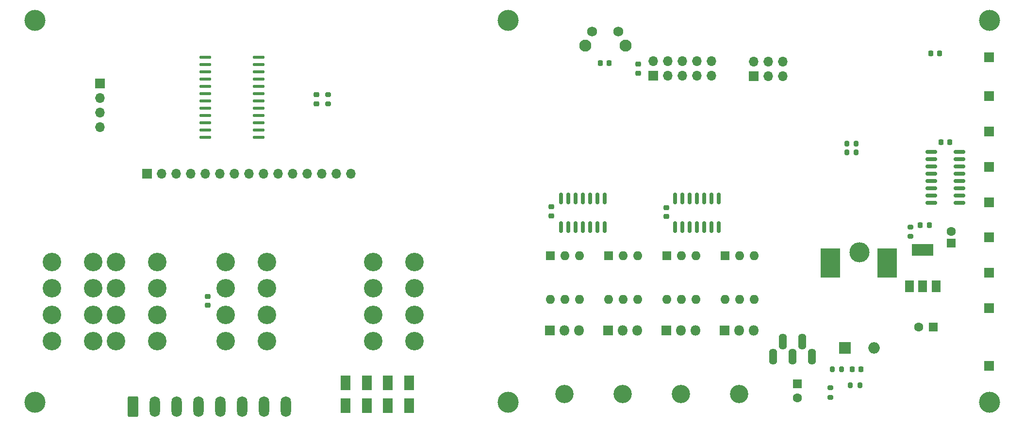
<source format=gbr>
%TF.GenerationSoftware,KiCad,Pcbnew,(6.0.0)*%
%TF.CreationDate,2022-01-24T17:43:35-05:00*%
%TF.ProjectId,TI thermostat esp32,54492074-6865-4726-9d6f-737461742065,rev?*%
%TF.SameCoordinates,Original*%
%TF.FileFunction,Soldermask,Top*%
%TF.FilePolarity,Negative*%
%FSLAX46Y46*%
G04 Gerber Fmt 4.6, Leading zero omitted, Abs format (unit mm)*
G04 Created by KiCad (PCBNEW (6.0.0)) date 2022-01-24 17:43:35*
%MOMM*%
%LPD*%
G01*
G04 APERTURE LIST*
G04 Aperture macros list*
%AMRoundRect*
0 Rectangle with rounded corners*
0 $1 Rounding radius*
0 $2 $3 $4 $5 $6 $7 $8 $9 X,Y pos of 4 corners*
0 Add a 4 corners polygon primitive as box body*
4,1,4,$2,$3,$4,$5,$6,$7,$8,$9,$2,$3,0*
0 Add four circle primitives for the rounded corners*
1,1,$1+$1,$2,$3*
1,1,$1+$1,$4,$5*
1,1,$1+$1,$6,$7*
1,1,$1+$1,$8,$9*
0 Add four rect primitives between the rounded corners*
20,1,$1+$1,$2,$3,$4,$5,0*
20,1,$1+$1,$4,$5,$6,$7,0*
20,1,$1+$1,$6,$7,$8,$9,0*
20,1,$1+$1,$8,$9,$2,$3,0*%
G04 Aperture macros list end*
%ADD10R,1.600000X1.600000*%
%ADD11C,1.600000*%
%ADD12R,1.700000X1.700000*%
%ADD13R,1.800000X2.500000*%
%ADD14RoundRect,0.137500X-0.862500X-0.137500X0.862500X-0.137500X0.862500X0.137500X-0.862500X0.137500X0*%
%ADD15RoundRect,0.200000X0.200000X0.275000X-0.200000X0.275000X-0.200000X-0.275000X0.200000X-0.275000X0*%
%ADD16RoundRect,0.200000X-0.275000X0.200000X-0.275000X-0.200000X0.275000X-0.200000X0.275000X0.200000X0*%
%ADD17C,3.220000*%
%ADD18O,1.700000X1.700000*%
%ADD19RoundRect,0.225000X-0.250000X0.225000X-0.250000X-0.225000X0.250000X-0.225000X0.250000X0.225000X0*%
%ADD20R,3.400000X5.100000*%
%ADD21C,3.660000*%
%ADD22RoundRect,0.150000X0.150000X-0.825000X0.150000X0.825000X-0.150000X0.825000X-0.150000X-0.825000X0*%
%ADD23RoundRect,0.218750X0.218750X0.256250X-0.218750X0.256250X-0.218750X-0.256250X0.218750X-0.256250X0*%
%ADD24RoundRect,0.225000X-0.225000X-0.250000X0.225000X-0.250000X0.225000X0.250000X-0.225000X0.250000X0*%
%ADD25RoundRect,0.225000X0.250000X-0.225000X0.250000X0.225000X-0.250000X0.225000X-0.250000X-0.225000X0*%
%ADD26R,1.500000X2.000000*%
%ADD27R,3.800000X2.000000*%
%ADD28RoundRect,0.225000X0.225000X0.250000X-0.225000X0.250000X-0.225000X-0.250000X0.225000X-0.250000X0*%
%ADD29RoundRect,0.200000X0.275000X-0.200000X0.275000X0.200000X-0.275000X0.200000X-0.275000X-0.200000X0*%
%ADD30RoundRect,0.200000X-0.200000X-0.275000X0.200000X-0.275000X0.200000X0.275000X-0.200000X0.275000X0*%
%ADD31C,2.100000*%
%ADD32C,1.750000*%
%ADD33RoundRect,0.150000X-0.825000X-0.150000X0.825000X-0.150000X0.825000X0.150000X-0.825000X0.150000X0*%
%ADD34O,3.200000X3.200000*%
%ADD35R,1.800000X1.800000*%
%ADD36O,1.800000X1.800000*%
%ADD37O,1.600000X1.600000*%
%ADD38O,1.408000X2.816000*%
%ADD39O,3.500000X3.500000*%
%ADD40R,2.000000X2.000000*%
%ADD41O,2.000000X2.000000*%
%ADD42RoundRect,0.250000X-0.650000X-1.550000X0.650000X-1.550000X0.650000X1.550000X-0.650000X1.550000X0*%
%ADD43O,1.800000X3.600000*%
G04 APERTURE END LIST*
D10*
%TO.C,C16*%
X186309000Y-121139606D03*
D11*
X186309000Y-123639606D03*
%TD*%
D12*
%TO.C,B1*%
X219710000Y-118000000D03*
%TD*%
%TO.C,B9*%
X219710000Y-64175000D03*
%TD*%
D13*
%TO.C,D9*%
X111153489Y-120939511D03*
X111153489Y-124939511D03*
%TD*%
D14*
%TO.C,U6*%
X82980000Y-64135000D03*
X82980000Y-65405000D03*
X82980000Y-66675000D03*
X82980000Y-67945000D03*
X82980000Y-69215000D03*
X82980000Y-70485000D03*
X82980000Y-71755000D03*
X82980000Y-73025000D03*
X82980000Y-74295000D03*
X82980000Y-75565000D03*
X82980000Y-76835000D03*
X82980000Y-78105000D03*
X92280000Y-78105000D03*
X92280000Y-76835000D03*
X92280000Y-75565000D03*
X92280000Y-74295000D03*
X92280000Y-73025000D03*
X92280000Y-71755000D03*
X92280000Y-70485000D03*
X92280000Y-69215000D03*
X92280000Y-67945000D03*
X92280000Y-66675000D03*
X92280000Y-65405000D03*
X92280000Y-64135000D03*
%TD*%
D15*
%TO.C,R24*%
X196532000Y-79248000D03*
X194882000Y-79248000D03*
%TD*%
D16*
%TO.C,R27*%
X192024000Y-121857000D03*
X192024000Y-123507000D03*
%TD*%
D17*
%TO.C,S3*%
X56267000Y-99865000D03*
X56267000Y-104475000D03*
X56267000Y-109085000D03*
X56267000Y-113695000D03*
X63437000Y-99865000D03*
X63437000Y-104475000D03*
X63437000Y-109085000D03*
X63437000Y-113695000D03*
%TD*%
D12*
%TO.C,J4*%
X161168000Y-67372000D03*
D18*
X161168000Y-64832000D03*
X163708000Y-67372000D03*
X163708000Y-64832000D03*
X166248000Y-67372000D03*
X166248000Y-64832000D03*
X168788000Y-67372000D03*
X168788000Y-64832000D03*
X171328000Y-67372000D03*
X171328000Y-64832000D03*
%TD*%
D12*
%TO.C,B6*%
X219710000Y-83270000D03*
%TD*%
D19*
%TO.C,C8*%
X83439000Y-105905000D03*
X83439000Y-107455000D03*
%TD*%
D13*
%TO.C,D7*%
X107470489Y-124939511D03*
X107470489Y-120939511D03*
%TD*%
D20*
%TO.C,L1*%
X192027000Y-100076000D03*
X201927000Y-100076000D03*
%TD*%
D12*
%TO.C,DS1*%
X72827000Y-84450000D03*
D18*
X75367000Y-84450000D03*
X77907000Y-84450000D03*
X80447000Y-84450000D03*
X82987000Y-84450000D03*
X85527000Y-84450000D03*
X88067000Y-84450000D03*
X90607000Y-84450000D03*
X93147000Y-84450000D03*
X95687000Y-84450000D03*
X98227000Y-84450000D03*
X100767000Y-84450000D03*
X103307000Y-84450000D03*
X105847000Y-84450000D03*
X108387000Y-84450000D03*
%TD*%
D10*
%TO.C,C5*%
X213106000Y-96586113D03*
D11*
X213106000Y-94586113D03*
%TD*%
D21*
%TO.C,REF4*%
X53257000Y-124360000D03*
%TD*%
D22*
%TO.C,U5*%
X164973000Y-93788000D03*
X166243000Y-93788000D03*
X167513000Y-93788000D03*
X168783000Y-93788000D03*
X170053000Y-93788000D03*
X171323000Y-93788000D03*
X172593000Y-93788000D03*
X172593000Y-88838000D03*
X171323000Y-88838000D03*
X170053000Y-88838000D03*
X168783000Y-88838000D03*
X167513000Y-88838000D03*
X166243000Y-88838000D03*
X164973000Y-88838000D03*
%TD*%
D15*
%TO.C,R26*%
X197167000Y-121412000D03*
X195517000Y-121412000D03*
%TD*%
D12*
%TO.C,B2*%
X219710000Y-107950000D03*
%TD*%
D23*
%TO.C,D5*%
X209296000Y-93472000D03*
X207721000Y-93472000D03*
%TD*%
D12*
%TO.C,B5*%
X219710000Y-89440000D03*
%TD*%
D24*
%TO.C,C9*%
X151879000Y-65151000D03*
X153429000Y-65151000D03*
%TD*%
D21*
%TO.C,REF3*%
X219767000Y-57740000D03*
%TD*%
D22*
%TO.C,U7*%
X145034000Y-93788000D03*
X146304000Y-93788000D03*
X147574000Y-93788000D03*
X148844000Y-93788000D03*
X150114000Y-93788000D03*
X151384000Y-93788000D03*
X152654000Y-93788000D03*
X152654000Y-88838000D03*
X151384000Y-88838000D03*
X150114000Y-88838000D03*
X148844000Y-88838000D03*
X147574000Y-88838000D03*
X146304000Y-88838000D03*
X145034000Y-88838000D03*
%TD*%
D13*
%TO.C,D8*%
X118519489Y-120939511D03*
X118519489Y-124939511D03*
%TD*%
D19*
%TO.C,C2*%
X102362000Y-70726000D03*
X102362000Y-72276000D03*
%TD*%
D25*
%TO.C,C1*%
X163449000Y-91961000D03*
X163449000Y-90411000D03*
%TD*%
D26*
%TO.C,U8*%
X205853000Y-104115000D03*
D27*
X208153000Y-97815000D03*
D26*
X208153000Y-104115000D03*
X210453000Y-104115000D03*
%TD*%
D12*
%TO.C,J5*%
X178689000Y-67437000D03*
D18*
X178689000Y-64897000D03*
X181229000Y-67437000D03*
X181229000Y-64897000D03*
X183769000Y-67437000D03*
X183769000Y-64897000D03*
%TD*%
D16*
%TO.C,R9*%
X104394000Y-70676000D03*
X104394000Y-72326000D03*
%TD*%
D17*
%TO.C,S1*%
X86557000Y-99865000D03*
X86557000Y-104475000D03*
X86557000Y-109085000D03*
X93727000Y-99865000D03*
X93727000Y-104475000D03*
X93727000Y-109085000D03*
X86557000Y-113695000D03*
X93727000Y-113695000D03*
%TD*%
D12*
%TO.C,J1*%
X64643000Y-68707000D03*
D18*
X64643000Y-71247000D03*
X64643000Y-73787000D03*
X64643000Y-76327000D03*
%TD*%
D21*
%TO.C,REF6*%
X219767000Y-124360000D03*
%TD*%
%TO.C,REF1*%
X53257000Y-57740000D03*
%TD*%
D28*
%TO.C,C15*%
X212865000Y-78994000D03*
X211315000Y-78994000D03*
%TD*%
D29*
%TO.C,R15*%
X205994000Y-95440000D03*
X205994000Y-93790000D03*
%TD*%
D30*
%TO.C,R25*%
X192342000Y-118618000D03*
X193992000Y-118618000D03*
%TD*%
D10*
%TO.C,C18*%
X209949395Y-111252000D03*
D11*
X207449395Y-111252000D03*
%TD*%
D31*
%TO.C,SW1*%
X156266000Y-62146500D03*
X149256000Y-62146500D03*
D32*
X150506000Y-59656500D03*
X155006000Y-59656500D03*
%TD*%
D15*
%TO.C,R14*%
X196532000Y-80772000D03*
X194882000Y-80772000D03*
%TD*%
D17*
%TO.C,S4*%
X112267000Y-99865000D03*
X112267000Y-104475000D03*
X112267000Y-109085000D03*
X112267000Y-113695000D03*
X119437000Y-99865000D03*
X119437000Y-104475000D03*
X119437000Y-109085000D03*
X119437000Y-113695000D03*
%TD*%
D24*
%TO.C,C11*%
X209537000Y-63500000D03*
X211087000Y-63500000D03*
%TD*%
D13*
%TO.C,D6*%
X114836489Y-124939511D03*
X114836489Y-120939511D03*
%TD*%
D12*
%TO.C,B3*%
X219710000Y-101780000D03*
%TD*%
%TO.C,B8*%
X219710000Y-70930000D03*
%TD*%
D17*
%TO.C,S2*%
X67417000Y-99865000D03*
X67417000Y-104475000D03*
X67417000Y-109085000D03*
X67417000Y-113695000D03*
X74587000Y-99865000D03*
X74587000Y-104475000D03*
X74587000Y-109085000D03*
X74587000Y-113695000D03*
%TD*%
D25*
%TO.C,C3*%
X143383000Y-91834000D03*
X143383000Y-90284000D03*
%TD*%
D12*
%TO.C,B4*%
X219710000Y-95610000D03*
%TD*%
D21*
%TO.C,REF2*%
X135857000Y-57740000D03*
%TD*%
D24*
%TO.C,C17*%
X195821000Y-118618000D03*
X197371000Y-118618000D03*
%TD*%
D12*
%TO.C,B7*%
X219710000Y-77100000D03*
%TD*%
D33*
%TO.C,U9*%
X209615000Y-80645000D03*
X209615000Y-81915000D03*
X209615000Y-83185000D03*
X209615000Y-84455000D03*
X209615000Y-85725000D03*
X209615000Y-86995000D03*
X209615000Y-88265000D03*
X209615000Y-89535000D03*
X214565000Y-89535000D03*
X214565000Y-88265000D03*
X214565000Y-86995000D03*
X214565000Y-85725000D03*
X214565000Y-84455000D03*
X214565000Y-83185000D03*
X214565000Y-81915000D03*
X214565000Y-80645000D03*
%TD*%
D21*
%TO.C,REF5*%
X135857000Y-124360000D03*
%TD*%
D25*
%TO.C,C10*%
X158496000Y-66942000D03*
X158496000Y-65392000D03*
%TD*%
D34*
%TO.C,Q4*%
X176149000Y-122922000D03*
D35*
X173609000Y-111822000D03*
D36*
X176149000Y-111822000D03*
X178689000Y-111822000D03*
%TD*%
D34*
%TO.C,Q1*%
X145669000Y-122922000D03*
D35*
X143129000Y-111822000D03*
D36*
X145669000Y-111822000D03*
X148209000Y-111822000D03*
%TD*%
D10*
%TO.C,U1*%
X143155000Y-98806000D03*
D37*
X145695000Y-98806000D03*
X148235000Y-98806000D03*
X148235000Y-106426000D03*
X145695000Y-106426000D03*
X143155000Y-106426000D03*
%TD*%
D38*
%TO.C,IC2*%
X188820000Y-116397000D03*
X187120000Y-113767000D03*
X185420000Y-116397000D03*
X183720000Y-113767000D03*
X182020000Y-116397000D03*
%TD*%
D10*
%TO.C,U4*%
X173635000Y-98806000D03*
D37*
X176175000Y-98806000D03*
X178715000Y-98806000D03*
X178715000Y-106426000D03*
X176175000Y-106426000D03*
X173635000Y-106426000D03*
%TD*%
D10*
%TO.C,U3*%
X163475000Y-98806000D03*
D37*
X166015000Y-98806000D03*
X168555000Y-98806000D03*
X168555000Y-106426000D03*
X166015000Y-106426000D03*
X163475000Y-106426000D03*
%TD*%
D10*
%TO.C,U2*%
X153315000Y-98806000D03*
D37*
X155855000Y-98806000D03*
X158395000Y-98806000D03*
X158395000Y-106426000D03*
X155855000Y-106426000D03*
X153315000Y-106426000D03*
%TD*%
D34*
%TO.C,Q3*%
X165989000Y-122922000D03*
D35*
X163449000Y-111822000D03*
D36*
X165989000Y-111822000D03*
X168529000Y-111822000D03*
%TD*%
D39*
%TO.C,D10*%
X197104000Y-98234000D03*
D40*
X194564000Y-114894000D03*
D41*
X199644000Y-114894000D03*
%TD*%
D42*
%TO.C,J6*%
X70413000Y-125106500D03*
D43*
X74223000Y-125106500D03*
X78033000Y-125106500D03*
X81843000Y-125106500D03*
X85653000Y-125106500D03*
X89463000Y-125106500D03*
X93273000Y-125106500D03*
X97083000Y-125106500D03*
%TD*%
D34*
%TO.C,Q2*%
X155829000Y-122922000D03*
D35*
X153289000Y-111822000D03*
D36*
X155829000Y-111822000D03*
X158369000Y-111822000D03*
%TD*%
M02*

</source>
